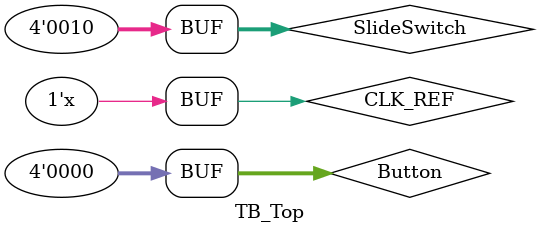
<source format=v>
`timescale 1ns / 1ps


module TB_Top;

	// Inputs
	reg CLK_REF;
	reg [3:0] SlideSwitch;
	reg [3:0] Button;

	// Outputs
	wire [7:0] Segment7_0;
	wire [7:0] Segment7_1;
	wire [3:0] LED;

	// Instantiate the Unit Under Test (UUT)
	Top uut (
		.CLK_REF(CLK_REF), 
		.SlideSwitch(SlideSwitch), 
		.Button(Button), 
		.Segment7_0(Segment7_0), 
		.Segment7_1(Segment7_1), 
		.LED(LED)
	);

	initial begin
		// Initialize Inputs
		CLK_REF = 0;
		SlideSwitch = 0;
		Button = 0;

		// Wait 100 ns for global reset to finish
		#10;
		
		SlideSwitch = 4'b0010;
		// Add stimulus here

	end
	
	always #4 CLK_REF <= ~CLK_REF;
      
endmodule


</source>
